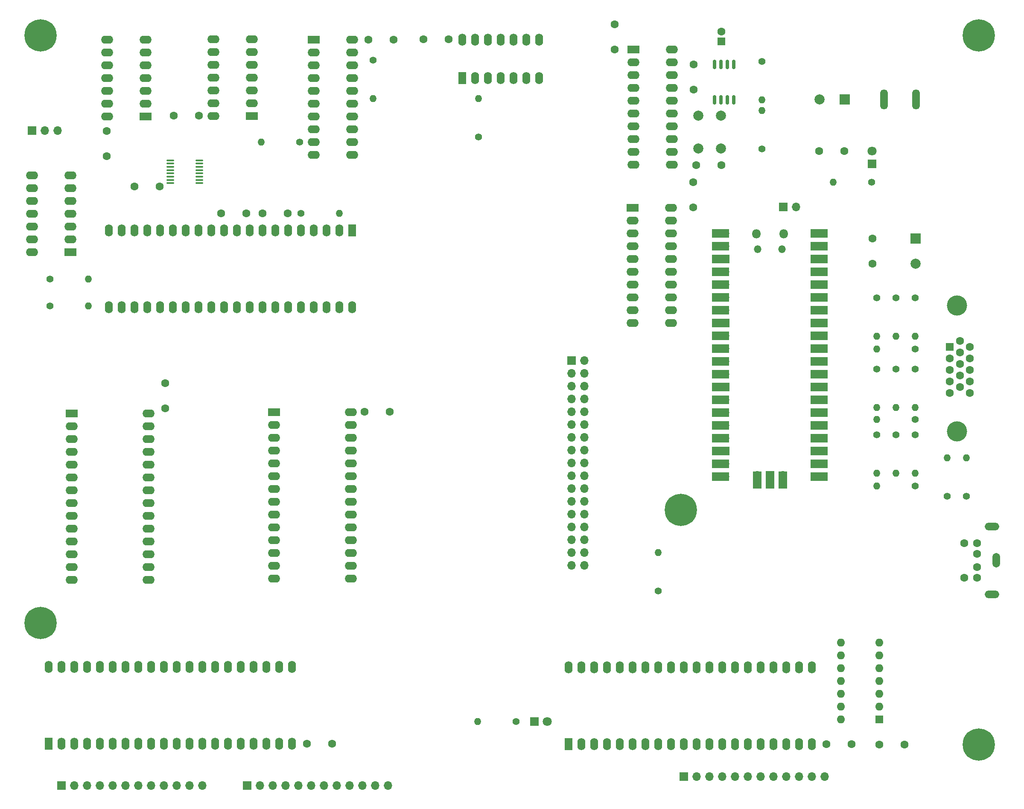
<source format=gts>
G04 #@! TF.GenerationSoftware,KiCad,Pcbnew,(6.0.6-0)*
G04 #@! TF.CreationDate,2022-10-30T19:45:58+01:00*
G04 #@! TF.ProjectId,nevil_sbc_rev0,6e657669-6c5f-4736-9263-5f726576302e,rev?*
G04 #@! TF.SameCoordinates,Original*
G04 #@! TF.FileFunction,Soldermask,Top*
G04 #@! TF.FilePolarity,Negative*
%FSLAX46Y46*%
G04 Gerber Fmt 4.6, Leading zero omitted, Abs format (unit mm)*
G04 Created by KiCad (PCBNEW (6.0.6-0)) date 2022-10-30 19:45:58*
%MOMM*%
%LPD*%
G01*
G04 APERTURE LIST*
G04 Aperture macros list*
%AMRoundRect*
0 Rectangle with rounded corners*
0 $1 Rounding radius*
0 $2 $3 $4 $5 $6 $7 $8 $9 X,Y pos of 4 corners*
0 Add a 4 corners polygon primitive as box body*
4,1,4,$2,$3,$4,$5,$6,$7,$8,$9,$2,$3,0*
0 Add four circle primitives for the rounded corners*
1,1,$1+$1,$2,$3*
1,1,$1+$1,$4,$5*
1,1,$1+$1,$6,$7*
1,1,$1+$1,$8,$9*
0 Add four rect primitives between the rounded corners*
20,1,$1+$1,$2,$3,$4,$5,0*
20,1,$1+$1,$4,$5,$6,$7,0*
20,1,$1+$1,$6,$7,$8,$9,0*
20,1,$1+$1,$8,$9,$2,$3,0*%
G04 Aperture macros list end*
%ADD10C,6.400000*%
%ADD11C,1.600000*%
%ADD12R,1.600000X1.600000*%
%ADD13R,2.400000X1.600000*%
%ADD14O,2.400000X1.600000*%
%ADD15R,1.600000X2.400000*%
%ADD16O,1.600000X2.400000*%
%ADD17C,2.000000*%
%ADD18C,1.400000*%
%ADD19O,1.400000X1.400000*%
%ADD20RoundRect,0.150000X0.150000X-0.800000X0.150000X0.800000X-0.150000X0.800000X-0.150000X-0.800000X0*%
%ADD21O,1.500000X1.500000*%
%ADD22O,1.800000X1.800000*%
%ADD23O,1.700000X1.700000*%
%ADD24R,3.500000X1.700000*%
%ADD25R,1.700000X1.700000*%
%ADD26R,1.700000X3.500000*%
%ADD27RoundRect,0.100000X0.637500X0.100000X-0.637500X0.100000X-0.637500X-0.100000X0.637500X-0.100000X0*%
%ADD28R,2.000000X2.000000*%
%ADD29R,1.800000X1.800000*%
%ADD30C,1.800000*%
%ADD31O,1.600000X1.600000*%
%ADD32O,2.900000X1.500000*%
%ADD33O,1.500000X2.900000*%
%ADD34O,1.500000X4.000000*%
%ADD35C,4.000000*%
G04 APERTURE END LIST*
D10*
X178206400Y-118465600D03*
X237337600Y-24282400D03*
X237337600Y-165049200D03*
D11*
X180746400Y-30062800D03*
X180746400Y-35062800D03*
D12*
X186258200Y-25501600D03*
D11*
X186258200Y-23501600D03*
X92060400Y-59588400D03*
X87060400Y-59588400D03*
D13*
X97536000Y-99060000D03*
D14*
X97536000Y-101600000D03*
X97536000Y-104140000D03*
X97536000Y-106680000D03*
X97536000Y-109220000D03*
X97536000Y-111760000D03*
X97536000Y-114300000D03*
X97536000Y-116840000D03*
X97536000Y-119380000D03*
X97536000Y-121920000D03*
X97536000Y-124460000D03*
X97536000Y-127000000D03*
X97536000Y-129540000D03*
X97536000Y-132080000D03*
X112776000Y-132080000D03*
X112776000Y-129540000D03*
X112776000Y-127000000D03*
X112776000Y-124460000D03*
X112776000Y-121920000D03*
X112776000Y-119380000D03*
X112776000Y-116840000D03*
X112776000Y-114300000D03*
X112776000Y-111760000D03*
X112776000Y-109220000D03*
X112776000Y-106680000D03*
X112776000Y-104140000D03*
X112776000Y-101600000D03*
X112776000Y-99060000D03*
D13*
X168818400Y-27081400D03*
D14*
X168818400Y-29621400D03*
X168818400Y-32161400D03*
X168818400Y-34701400D03*
X168818400Y-37241400D03*
X168818400Y-39781400D03*
X168818400Y-42321400D03*
X168818400Y-44861400D03*
X168818400Y-47401400D03*
X168818400Y-49941400D03*
X176438400Y-49941400D03*
X176438400Y-47401400D03*
X176438400Y-44861400D03*
X176438400Y-42321400D03*
X176438400Y-39781400D03*
X176438400Y-37241400D03*
X176438400Y-34701400D03*
X176438400Y-32161400D03*
X176438400Y-29621400D03*
X176438400Y-27081400D03*
D15*
X155910200Y-164952600D03*
D16*
X158450200Y-164952600D03*
X160990200Y-164952600D03*
X163530200Y-164952600D03*
X166070200Y-164952600D03*
X168610200Y-164952600D03*
X171150200Y-164952600D03*
X173690200Y-164952600D03*
X176230200Y-164952600D03*
X178770200Y-164952600D03*
X181310200Y-164952600D03*
X183850200Y-164952600D03*
X186390200Y-164952600D03*
X188930200Y-164952600D03*
X191470200Y-164952600D03*
X194010200Y-164952600D03*
X196550200Y-164952600D03*
X199090200Y-164952600D03*
X201630200Y-164952600D03*
X204170200Y-164952600D03*
X204170200Y-149712600D03*
X201630200Y-149712600D03*
X199090200Y-149712600D03*
X196550200Y-149712600D03*
X194010200Y-149712600D03*
X191470200Y-149712600D03*
X188930200Y-149712600D03*
X186390200Y-149712600D03*
X183850200Y-149712600D03*
X181310200Y-149712600D03*
X178770200Y-149712600D03*
X176230200Y-149712600D03*
X173690200Y-149712600D03*
X171150200Y-149712600D03*
X168610200Y-149712600D03*
X166070200Y-149712600D03*
X163530200Y-149712600D03*
X160990200Y-149712600D03*
X158450200Y-149712600D03*
X155910200Y-149712600D03*
D13*
X105420000Y-25151000D03*
D14*
X105420000Y-27691000D03*
X105420000Y-30231000D03*
X105420000Y-32771000D03*
X105420000Y-35311000D03*
X105420000Y-37851000D03*
X105420000Y-40391000D03*
X105420000Y-42931000D03*
X105420000Y-45471000D03*
X105420000Y-48011000D03*
X113040000Y-48011000D03*
X113040000Y-45471000D03*
X113040000Y-42931000D03*
X113040000Y-40391000D03*
X113040000Y-37851000D03*
X113040000Y-35311000D03*
X113040000Y-32771000D03*
X113040000Y-30231000D03*
X113040000Y-27691000D03*
X113040000Y-25151000D03*
D15*
X52837000Y-164851000D03*
D16*
X55377000Y-164851000D03*
X57917000Y-164851000D03*
X60457000Y-164851000D03*
X62997000Y-164851000D03*
X65537000Y-164851000D03*
X68077000Y-164851000D03*
X70617000Y-164851000D03*
X73157000Y-164851000D03*
X75697000Y-164851000D03*
X78237000Y-164851000D03*
X80777000Y-164851000D03*
X83317000Y-164851000D03*
X85857000Y-164851000D03*
X88397000Y-164851000D03*
X90937000Y-164851000D03*
X93477000Y-164851000D03*
X96017000Y-164851000D03*
X98557000Y-164851000D03*
X101097000Y-164851000D03*
X101097000Y-149611000D03*
X98557000Y-149611000D03*
X96017000Y-149611000D03*
X93477000Y-149611000D03*
X90937000Y-149611000D03*
X88397000Y-149611000D03*
X85857000Y-149611000D03*
X83317000Y-149611000D03*
X80777000Y-149611000D03*
X78237000Y-149611000D03*
X75697000Y-149611000D03*
X73157000Y-149611000D03*
X70617000Y-149611000D03*
X68077000Y-149611000D03*
X65537000Y-149611000D03*
X62997000Y-149611000D03*
X60457000Y-149611000D03*
X57917000Y-149611000D03*
X55377000Y-149611000D03*
X52837000Y-149611000D03*
D17*
X181671400Y-40234800D03*
X181671400Y-46734800D03*
X186171400Y-46734800D03*
X186171400Y-40234800D03*
D18*
X194284600Y-46837600D03*
D19*
X194284600Y-39217600D03*
D18*
X224663000Y-113690400D03*
D19*
X217043000Y-113690400D03*
D11*
X64363600Y-43296200D03*
X64363600Y-48296200D03*
X75920600Y-98283400D03*
X75920600Y-93283400D03*
D18*
X220853000Y-103530400D03*
D19*
X220853000Y-111150400D03*
D18*
X194284600Y-29464000D03*
D19*
X194284600Y-37084000D03*
D11*
X74813800Y-54305200D03*
X69813800Y-54305200D03*
D18*
X117195600Y-29184600D03*
D19*
X117195600Y-36804600D03*
D18*
X234823000Y-115773200D03*
D19*
X234823000Y-108153200D03*
D11*
X82662400Y-40233600D03*
X77662400Y-40233600D03*
D20*
X184937400Y-37078800D03*
X186207400Y-37078800D03*
X187477400Y-37078800D03*
X188747400Y-37078800D03*
X188747400Y-30078800D03*
X187477400Y-30078800D03*
X186207400Y-30078800D03*
X184937400Y-30078800D03*
D18*
X220853000Y-90473200D03*
D19*
X220853000Y-98093200D03*
D18*
X224663000Y-76403200D03*
D19*
X224663000Y-84023200D03*
D18*
X102616000Y-45466000D03*
D19*
X94996000Y-45466000D03*
D13*
X57409000Y-99299000D03*
D14*
X57409000Y-101839000D03*
X57409000Y-104379000D03*
X57409000Y-106919000D03*
X57409000Y-109459000D03*
X57409000Y-111999000D03*
X57409000Y-114539000D03*
X57409000Y-117079000D03*
X57409000Y-119619000D03*
X57409000Y-122159000D03*
X57409000Y-124699000D03*
X57409000Y-127239000D03*
X57409000Y-129779000D03*
X57409000Y-132319000D03*
X72649000Y-132319000D03*
X72649000Y-129779000D03*
X72649000Y-127239000D03*
X72649000Y-124699000D03*
X72649000Y-122159000D03*
X72649000Y-119619000D03*
X72649000Y-117079000D03*
X72649000Y-114539000D03*
X72649000Y-111999000D03*
X72649000Y-109459000D03*
X72649000Y-106919000D03*
X72649000Y-104379000D03*
X72649000Y-101839000D03*
X72649000Y-99299000D03*
D10*
X51206400Y-140868400D03*
D18*
X53111400Y-77978000D03*
D19*
X60731400Y-77978000D03*
D11*
X207100800Y-164947600D03*
X212100800Y-164947600D03*
D13*
X93081000Y-40264000D03*
D14*
X93081000Y-37724000D03*
X93081000Y-35184000D03*
X93081000Y-32644000D03*
X93081000Y-30104000D03*
X93081000Y-27564000D03*
X93081000Y-25024000D03*
X85461000Y-25024000D03*
X85461000Y-27564000D03*
X85461000Y-30104000D03*
X85461000Y-32644000D03*
X85461000Y-35184000D03*
X85461000Y-37724000D03*
X85461000Y-40264000D03*
D10*
X51206400Y-24282400D03*
D21*
X198309800Y-66710800D03*
X193459800Y-66710800D03*
D22*
X198609800Y-63680800D03*
X193159800Y-63680800D03*
D23*
X186994800Y-63550800D03*
D24*
X186094800Y-63550800D03*
D23*
X186994800Y-66090800D03*
D24*
X186094800Y-66090800D03*
X186094800Y-68630800D03*
D25*
X186994800Y-68630800D03*
D23*
X186994800Y-71170800D03*
D24*
X186094800Y-71170800D03*
X186094800Y-73710800D03*
D23*
X186994800Y-73710800D03*
X186994800Y-76250800D03*
D24*
X186094800Y-76250800D03*
X186094800Y-78790800D03*
D23*
X186994800Y-78790800D03*
D24*
X186094800Y-81330800D03*
D25*
X186994800Y-81330800D03*
D23*
X186994800Y-83870800D03*
D24*
X186094800Y-83870800D03*
X186094800Y-86410800D03*
D23*
X186994800Y-86410800D03*
D24*
X186094800Y-88950800D03*
D23*
X186994800Y-88950800D03*
D24*
X186094800Y-91490800D03*
D23*
X186994800Y-91490800D03*
D24*
X186094800Y-94030800D03*
D25*
X186994800Y-94030800D03*
D24*
X186094800Y-96570800D03*
D23*
X186994800Y-96570800D03*
D24*
X186094800Y-99110800D03*
D23*
X186994800Y-99110800D03*
X186994800Y-101650800D03*
D24*
X186094800Y-101650800D03*
X186094800Y-104190800D03*
D23*
X186994800Y-104190800D03*
D24*
X186094800Y-106730800D03*
D25*
X186994800Y-106730800D03*
D23*
X186994800Y-109270800D03*
D24*
X186094800Y-109270800D03*
X186094800Y-111810800D03*
D23*
X186994800Y-111810800D03*
X204774800Y-111810800D03*
D24*
X205674800Y-111810800D03*
D23*
X204774800Y-109270800D03*
D24*
X205674800Y-109270800D03*
D25*
X204774800Y-106730800D03*
D24*
X205674800Y-106730800D03*
D23*
X204774800Y-104190800D03*
D24*
X205674800Y-104190800D03*
X205674800Y-101650800D03*
D23*
X204774800Y-101650800D03*
X204774800Y-99110800D03*
D24*
X205674800Y-99110800D03*
X205674800Y-96570800D03*
D23*
X204774800Y-96570800D03*
D24*
X205674800Y-94030800D03*
D25*
X204774800Y-94030800D03*
D24*
X205674800Y-91490800D03*
D23*
X204774800Y-91490800D03*
X204774800Y-88950800D03*
D24*
X205674800Y-88950800D03*
D23*
X204774800Y-86410800D03*
D24*
X205674800Y-86410800D03*
X205674800Y-83870800D03*
D23*
X204774800Y-83870800D03*
D25*
X204774800Y-81330800D03*
D24*
X205674800Y-81330800D03*
D23*
X204774800Y-78790800D03*
D24*
X205674800Y-78790800D03*
X205674800Y-76250800D03*
D23*
X204774800Y-76250800D03*
X204774800Y-73710800D03*
D24*
X205674800Y-73710800D03*
X205674800Y-71170800D03*
D23*
X204774800Y-71170800D03*
D24*
X205674800Y-68630800D03*
D25*
X204774800Y-68630800D03*
D23*
X204774800Y-66090800D03*
D24*
X205674800Y-66090800D03*
D23*
X204774800Y-63550800D03*
D24*
X205674800Y-63550800D03*
D23*
X193344800Y-111580800D03*
D26*
X193344800Y-112480800D03*
D25*
X195884800Y-111580800D03*
D26*
X195884800Y-112480800D03*
X198424800Y-112480800D03*
D23*
X198424800Y-111580800D03*
D27*
X82669300Y-53633800D03*
X82669300Y-52983800D03*
X82669300Y-52333800D03*
X82669300Y-51683800D03*
X82669300Y-51033800D03*
X82669300Y-50383800D03*
X82669300Y-49733800D03*
X82669300Y-49083800D03*
X76944300Y-49083800D03*
X76944300Y-49733800D03*
X76944300Y-50383800D03*
X76944300Y-51033800D03*
X76944300Y-51683800D03*
X76944300Y-52333800D03*
X76944300Y-52983800D03*
X76944300Y-53633800D03*
D28*
X224764600Y-64637523D03*
D17*
X224764600Y-69637523D03*
D29*
X216179400Y-49809400D03*
D30*
X216179400Y-47269400D03*
D25*
X156514800Y-88773000D03*
D23*
X159054800Y-88773000D03*
X156514800Y-91313000D03*
X159054800Y-91313000D03*
X156514800Y-93853000D03*
X159054800Y-93853000D03*
X156514800Y-96393000D03*
X159054800Y-96393000D03*
X156514800Y-98933000D03*
X159054800Y-98933000D03*
X156514800Y-101473000D03*
X159054800Y-101473000D03*
X156514800Y-104013000D03*
X159054800Y-104013000D03*
X156514800Y-106553000D03*
X159054800Y-106553000D03*
X156514800Y-109093000D03*
X159054800Y-109093000D03*
X156514800Y-111633000D03*
X159054800Y-111633000D03*
X156514800Y-114173000D03*
X159054800Y-114173000D03*
X156514800Y-116713000D03*
X159054800Y-116713000D03*
X156514800Y-119253000D03*
X159054800Y-119253000D03*
X156514800Y-121793000D03*
X159054800Y-121793000D03*
X156514800Y-124333000D03*
X159054800Y-124333000D03*
X156514800Y-126873000D03*
X159054800Y-126873000D03*
X156514800Y-129413000D03*
X159054800Y-129413000D03*
D12*
X217566400Y-159999600D03*
D31*
X217566400Y-157459600D03*
X217566400Y-154919600D03*
X217566400Y-152379600D03*
X217566400Y-149839600D03*
X217566400Y-147299600D03*
X217566400Y-144759600D03*
X209946400Y-144759600D03*
X209946400Y-147299600D03*
X209946400Y-149839600D03*
X209946400Y-152379600D03*
X209946400Y-154919600D03*
X209946400Y-157459600D03*
X209946400Y-159999600D03*
D28*
X210749277Y-36982400D03*
D17*
X205749277Y-36982400D03*
D11*
X217540200Y-164973000D03*
X222540200Y-164973000D03*
D15*
X134869000Y-32756000D03*
D16*
X137409000Y-32756000D03*
X139949000Y-32756000D03*
X142489000Y-32756000D03*
X145029000Y-32756000D03*
X147569000Y-32756000D03*
X150109000Y-32756000D03*
X150109000Y-25136000D03*
X147569000Y-25136000D03*
X145029000Y-25136000D03*
X142489000Y-25136000D03*
X139949000Y-25136000D03*
X137409000Y-25136000D03*
X134869000Y-25136000D03*
D18*
X173761400Y-134493000D03*
D19*
X173761400Y-126873000D03*
D25*
X92197000Y-173126400D03*
D23*
X94737000Y-173126400D03*
X97277000Y-173126400D03*
X99817000Y-173126400D03*
X102357000Y-173126400D03*
X104897000Y-173126400D03*
X107437000Y-173126400D03*
X109977000Y-173126400D03*
X112517000Y-173126400D03*
X115057000Y-173126400D03*
X117597000Y-173126400D03*
X120137000Y-173126400D03*
D18*
X224663000Y-103530400D03*
D19*
X224663000Y-111150400D03*
D11*
X236953800Y-129773200D03*
X236953800Y-127173200D03*
X236953800Y-131873200D03*
X236953800Y-125073200D03*
X234453800Y-131873200D03*
X234453800Y-125073200D03*
D32*
X239953800Y-121723200D03*
D33*
X240753800Y-128473200D03*
D32*
X239953800Y-135223200D03*
D18*
X231013000Y-115773200D03*
D19*
X231013000Y-108153200D03*
D18*
X224663000Y-86563200D03*
D19*
X217043000Y-86563200D03*
D18*
X217043000Y-76403200D03*
D19*
X217043000Y-84023200D03*
D18*
X224663000Y-100533200D03*
D19*
X217043000Y-100533200D03*
D18*
X224663000Y-90473200D03*
D19*
X224663000Y-98093200D03*
D13*
X57130000Y-67320000D03*
D14*
X57130000Y-64780000D03*
X57130000Y-62240000D03*
X57130000Y-59700000D03*
X57130000Y-57160000D03*
X57130000Y-54620000D03*
X57130000Y-52080000D03*
X49510000Y-52080000D03*
X49510000Y-54620000D03*
X49510000Y-57160000D03*
X49510000Y-59700000D03*
X49510000Y-62240000D03*
X49510000Y-64780000D03*
X49510000Y-67320000D03*
D34*
X218502800Y-37033200D03*
X224852800Y-37033200D03*
D18*
X217043000Y-103530400D03*
D19*
X217043000Y-111150400D03*
D18*
X138074400Y-44450000D03*
D19*
X138074400Y-36830000D03*
D18*
X102870000Y-59613800D03*
D19*
X110490000Y-59613800D03*
D13*
X168666000Y-58475800D03*
D14*
X168666000Y-61015800D03*
X168666000Y-63555800D03*
X168666000Y-66095800D03*
X168666000Y-68635800D03*
X168666000Y-71175800D03*
X168666000Y-73715800D03*
X168666000Y-76255800D03*
X168666000Y-78795800D03*
X168666000Y-81335800D03*
X176286000Y-81335800D03*
X176286000Y-78795800D03*
X176286000Y-76255800D03*
X176286000Y-73715800D03*
X176286000Y-71175800D03*
X176286000Y-68635800D03*
X176286000Y-66095800D03*
X176286000Y-63555800D03*
X176286000Y-61015800D03*
X176286000Y-58475800D03*
D25*
X198546800Y-58369200D03*
D23*
X201086800Y-58369200D03*
D11*
X95239200Y-59588400D03*
X100239200Y-59588400D03*
D35*
X232982669Y-77888200D03*
X232982669Y-102888200D03*
D12*
X231562669Y-86073200D03*
D11*
X231562669Y-88363200D03*
X231562669Y-90653200D03*
X231562669Y-92943200D03*
X231562669Y-95233200D03*
X233542669Y-84928200D03*
X233542669Y-87218200D03*
X233542669Y-89508200D03*
X233542669Y-91798200D03*
X233542669Y-94088200D03*
X235522669Y-86073200D03*
X235522669Y-88363200D03*
X235522669Y-90653200D03*
X235522669Y-92943200D03*
X235522669Y-95233200D03*
D18*
X216052400Y-53390800D03*
D19*
X208432400Y-53390800D03*
D11*
X165125400Y-27087200D03*
X165125400Y-22087200D03*
D18*
X220853000Y-76403200D03*
D19*
X220853000Y-84023200D03*
D25*
X49520000Y-43185000D03*
D23*
X52060000Y-43185000D03*
X54600000Y-43185000D03*
D29*
X149169200Y-160477200D03*
D30*
X151709200Y-160477200D03*
D11*
X180644800Y-58456200D03*
X180644800Y-53456200D03*
X210678400Y-47244000D03*
X205678400Y-47244000D03*
D25*
X178816000Y-171323000D03*
D23*
X181356000Y-171323000D03*
X183896000Y-171323000D03*
X186436000Y-171323000D03*
X188976000Y-171323000D03*
X191516000Y-171323000D03*
X194056000Y-171323000D03*
X196596000Y-171323000D03*
X199136000Y-171323000D03*
X201676000Y-171323000D03*
X204216000Y-171323000D03*
X206756000Y-171323000D03*
D11*
X186269000Y-50038000D03*
X181269000Y-50038000D03*
D15*
X113025000Y-62987000D03*
D16*
X110485000Y-62987000D03*
X107945000Y-62987000D03*
X105405000Y-62987000D03*
X102865000Y-62987000D03*
X100325000Y-62987000D03*
X97785000Y-62987000D03*
X95245000Y-62987000D03*
X92705000Y-62987000D03*
X90165000Y-62987000D03*
X87625000Y-62987000D03*
X85085000Y-62987000D03*
X82545000Y-62987000D03*
X80005000Y-62987000D03*
X77465000Y-62987000D03*
X74925000Y-62987000D03*
X72385000Y-62987000D03*
X69845000Y-62987000D03*
X67305000Y-62987000D03*
X64765000Y-62987000D03*
X64765000Y-78227000D03*
X67305000Y-78227000D03*
X69845000Y-78227000D03*
X72385000Y-78227000D03*
X74925000Y-78227000D03*
X77465000Y-78227000D03*
X80005000Y-78227000D03*
X82545000Y-78227000D03*
X85085000Y-78227000D03*
X87625000Y-78227000D03*
X90165000Y-78227000D03*
X92705000Y-78227000D03*
X95245000Y-78227000D03*
X97785000Y-78227000D03*
X100325000Y-78227000D03*
X102865000Y-78227000D03*
X105405000Y-78227000D03*
X107945000Y-78227000D03*
X110485000Y-78227000D03*
X113025000Y-78227000D03*
D11*
X115508400Y-98983800D03*
X120508400Y-98983800D03*
X216204800Y-64632200D03*
X216204800Y-69632200D03*
D13*
X71999000Y-40391000D03*
D14*
X71999000Y-37851000D03*
X71999000Y-35311000D03*
X71999000Y-32771000D03*
X71999000Y-30231000D03*
X71999000Y-27691000D03*
X71999000Y-25151000D03*
X64379000Y-25151000D03*
X64379000Y-27691000D03*
X64379000Y-30231000D03*
X64379000Y-32771000D03*
X64379000Y-35311000D03*
X64379000Y-37851000D03*
X64379000Y-40391000D03*
D18*
X145542000Y-160451800D03*
D19*
X137922000Y-160451800D03*
D25*
X55362000Y-173126400D03*
D23*
X57902000Y-173126400D03*
X60442000Y-173126400D03*
X62982000Y-173126400D03*
X65522000Y-173126400D03*
X68062000Y-173126400D03*
X70602000Y-173126400D03*
X73142000Y-173126400D03*
X75682000Y-173126400D03*
X78222000Y-173126400D03*
X80762000Y-173126400D03*
X83302000Y-173126400D03*
D11*
X116270400Y-25146000D03*
X121270400Y-25146000D03*
D18*
X53111400Y-72644000D03*
D19*
X60731400Y-72644000D03*
D18*
X217043000Y-90473200D03*
D19*
X217043000Y-98093200D03*
D11*
X132141600Y-25095200D03*
X127141600Y-25095200D03*
X104053000Y-164871400D03*
X109053000Y-164871400D03*
M02*

</source>
